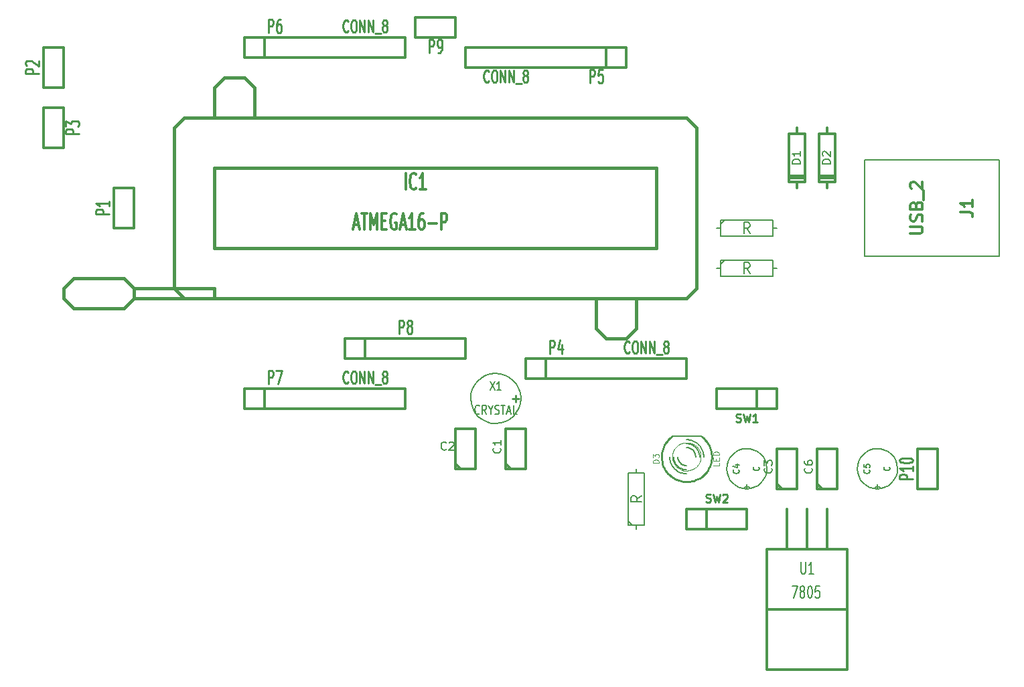
<source format=gto>
G04 (created by PCBNEW-RS274X (2012-apr-16-27)-stable) date Sun 24 Aug 2014 07:46:07 PM NPT*
G01*
G70*
G90*
%MOIN*%
G04 Gerber Fmt 3.4, Leading zero omitted, Abs format*
%FSLAX34Y34*%
G04 APERTURE LIST*
%ADD10C,0.006000*%
%ADD11C,0.005000*%
%ADD12C,0.012000*%
%ADD13C,0.008000*%
%ADD14C,0.003000*%
%ADD15C,0.010000*%
%ADD16C,0.015000*%
%ADD17C,0.010700*%
%ADD18C,0.003500*%
%ADD19C,0.011300*%
%ADD20C,0.007500*%
G04 APERTURE END LIST*
G54D10*
G54D11*
X82550Y-41400D02*
X82550Y-36600D01*
X82550Y-36600D02*
X75850Y-36600D01*
X75850Y-36600D02*
X75850Y-41400D01*
X75850Y-41400D02*
X82550Y-41400D01*
G54D12*
X45000Y-48000D02*
X53000Y-48000D01*
X53000Y-48000D02*
X53000Y-49000D01*
X53000Y-49000D02*
X45000Y-49000D01*
X45000Y-49000D02*
X45000Y-48000D01*
X46000Y-49000D02*
X46000Y-48000D01*
X45000Y-30500D02*
X53000Y-30500D01*
X53000Y-30500D02*
X53000Y-31500D01*
X53000Y-31500D02*
X45000Y-31500D01*
X45000Y-31500D02*
X45000Y-30500D01*
X46000Y-31500D02*
X46000Y-30500D01*
X64000Y-32000D02*
X56000Y-32000D01*
X56000Y-32000D02*
X56000Y-31000D01*
X56000Y-31000D02*
X64000Y-31000D01*
X64000Y-31000D02*
X64000Y-32000D01*
X63000Y-31000D02*
X63000Y-32000D01*
X59000Y-46500D02*
X67000Y-46500D01*
X67000Y-46500D02*
X67000Y-47500D01*
X67000Y-47500D02*
X59000Y-47500D01*
X59000Y-47500D02*
X59000Y-46500D01*
X60000Y-47500D02*
X60000Y-46500D01*
X50000Y-46500D02*
X50000Y-45500D01*
X50000Y-45500D02*
X56000Y-45500D01*
X56000Y-45500D02*
X56000Y-46500D01*
X56000Y-46500D02*
X50000Y-46500D01*
X51000Y-46500D02*
X51000Y-45500D01*
X79500Y-53000D02*
X78500Y-53000D01*
X78500Y-53000D02*
X78500Y-51000D01*
X78500Y-51000D02*
X79500Y-51000D01*
X79500Y-51000D02*
X79500Y-53000D01*
X55500Y-29500D02*
X55500Y-30500D01*
X55500Y-30500D02*
X53500Y-30500D01*
X53500Y-30500D02*
X53500Y-29500D01*
X53500Y-29500D02*
X55500Y-29500D01*
X35000Y-34000D02*
X36000Y-34000D01*
X36000Y-34000D02*
X36000Y-36000D01*
X36000Y-36000D02*
X35000Y-36000D01*
X35000Y-36000D02*
X35000Y-34000D01*
X36000Y-33000D02*
X35000Y-33000D01*
X35000Y-33000D02*
X35000Y-31000D01*
X35000Y-31000D02*
X36000Y-31000D01*
X36000Y-31000D02*
X36000Y-33000D01*
X39500Y-40000D02*
X38500Y-40000D01*
X38500Y-40000D02*
X38500Y-38000D01*
X38500Y-38000D02*
X39500Y-38000D01*
X39500Y-38000D02*
X39500Y-40000D01*
G54D13*
X68500Y-40000D02*
X68700Y-40000D01*
X71500Y-40000D02*
X71300Y-40000D01*
X71300Y-40000D02*
X71300Y-39600D01*
X71300Y-39600D02*
X68700Y-39600D01*
X68700Y-39600D02*
X68700Y-40400D01*
X68700Y-40400D02*
X71300Y-40400D01*
X71300Y-40400D02*
X71300Y-40000D01*
X68700Y-39800D02*
X68900Y-39600D01*
X68500Y-42000D02*
X68700Y-42000D01*
X71500Y-42000D02*
X71300Y-42000D01*
X71300Y-42000D02*
X71300Y-41600D01*
X71300Y-41600D02*
X68700Y-41600D01*
X68700Y-41600D02*
X68700Y-42400D01*
X68700Y-42400D02*
X71300Y-42400D01*
X71300Y-42400D02*
X71300Y-42000D01*
X68700Y-41800D02*
X68900Y-41600D01*
X64500Y-55000D02*
X64500Y-54800D01*
X64500Y-52000D02*
X64500Y-52200D01*
X64500Y-52200D02*
X64100Y-52200D01*
X64100Y-52200D02*
X64100Y-54800D01*
X64100Y-54800D02*
X64900Y-54800D01*
X64900Y-54800D02*
X64900Y-52200D01*
X64900Y-52200D02*
X64500Y-52200D01*
X64300Y-54800D02*
X64100Y-54600D01*
G54D12*
X71500Y-48000D02*
X71500Y-49000D01*
X71500Y-49000D02*
X68500Y-49000D01*
X68500Y-49000D02*
X68500Y-48000D01*
X68500Y-48000D02*
X71500Y-48000D01*
X70500Y-49000D02*
X70500Y-48000D01*
X67000Y-55000D02*
X67000Y-54000D01*
X67000Y-54000D02*
X70000Y-54000D01*
X70000Y-54000D02*
X70000Y-55000D01*
X70000Y-55000D02*
X67000Y-55000D01*
X68000Y-54000D02*
X68000Y-55000D01*
X74000Y-54000D02*
X74000Y-56000D01*
X73000Y-54000D02*
X73000Y-56000D01*
X72000Y-54000D02*
X72000Y-56000D01*
X74500Y-56000D02*
X71000Y-56000D01*
X71000Y-56000D02*
X71000Y-62000D01*
X71000Y-62000D02*
X75000Y-62000D01*
X74500Y-56000D02*
X75000Y-56000D01*
X71500Y-59000D02*
X75000Y-59000D01*
X71500Y-59000D02*
X71000Y-59000D01*
X75000Y-56000D02*
X75000Y-62000D01*
G54D13*
X67750Y-50380D02*
X66250Y-50380D01*
G54D14*
X67707Y-51400D02*
X67693Y-51537D01*
X67653Y-51669D01*
X67588Y-51791D01*
X67501Y-51898D01*
X67395Y-51986D01*
X67273Y-52051D01*
X67142Y-52092D01*
X67004Y-52106D01*
X66868Y-52094D01*
X66736Y-52055D01*
X66613Y-51991D01*
X66506Y-51905D01*
X66417Y-51799D01*
X66351Y-51678D01*
X66309Y-51546D01*
X66294Y-51409D01*
X66305Y-51273D01*
X66343Y-51140D01*
X66406Y-51018D01*
X66492Y-50909D01*
X66597Y-50820D01*
X66717Y-50753D01*
X66849Y-50710D01*
X66986Y-50694D01*
X67122Y-50704D01*
X67255Y-50741D01*
X67378Y-50804D01*
X67487Y-50889D01*
X67577Y-50993D01*
X67645Y-51113D01*
X67689Y-51244D01*
X67706Y-51381D01*
X67707Y-51400D01*
G54D15*
X66250Y-50401D02*
X66166Y-50470D01*
X66088Y-50546D01*
X66017Y-50629D01*
X65953Y-50718D01*
X65898Y-50812D01*
X65851Y-50910D01*
X65812Y-51012D01*
X65783Y-51117D01*
X65763Y-51224D01*
X65752Y-51333D01*
X65751Y-51441D01*
X65760Y-51550D01*
X65777Y-51657D01*
X65804Y-51763D01*
X65841Y-51866D01*
X65886Y-51965D01*
X65939Y-52060D01*
X66001Y-52150D01*
X66070Y-52234D01*
X66146Y-52312D01*
X66229Y-52383D01*
X66318Y-52447D01*
X66412Y-52502D01*
X66510Y-52549D01*
X66612Y-52588D01*
X66717Y-52617D01*
X66824Y-52637D01*
X66933Y-52648D01*
X67041Y-52649D01*
X67150Y-52640D01*
X67257Y-52623D01*
X67363Y-52596D01*
X67466Y-52559D01*
X67565Y-52514D01*
X67660Y-52461D01*
X67750Y-52399D01*
X67834Y-52330D01*
X67912Y-52254D01*
X67983Y-52171D01*
X68047Y-52082D01*
X68102Y-51988D01*
X68149Y-51890D01*
X68188Y-51788D01*
X68217Y-51683D01*
X68237Y-51576D01*
X68248Y-51467D01*
X68249Y-51359D01*
X68240Y-51250D01*
X68223Y-51143D01*
X68196Y-51037D01*
X68159Y-50934D01*
X68114Y-50835D01*
X68061Y-50740D01*
X67999Y-50650D01*
X67930Y-50566D01*
X67854Y-50488D01*
X67771Y-50417D01*
X67750Y-50401D01*
G54D10*
X66550Y-51400D02*
X66552Y-51439D01*
X66557Y-51478D01*
X66566Y-51516D01*
X66578Y-51553D01*
X66593Y-51590D01*
X66611Y-51624D01*
X66632Y-51658D01*
X66656Y-51689D01*
X66682Y-51718D01*
X66711Y-51744D01*
X66742Y-51768D01*
X66776Y-51789D01*
X66810Y-51807D01*
X66847Y-51822D01*
X66884Y-51834D01*
X66922Y-51843D01*
X66961Y-51848D01*
X67000Y-51850D01*
X67450Y-51400D02*
X67448Y-51361D01*
X67443Y-51322D01*
X67434Y-51284D01*
X67422Y-51247D01*
X67407Y-51210D01*
X67389Y-51176D01*
X67368Y-51142D01*
X67344Y-51111D01*
X67318Y-51082D01*
X67289Y-51056D01*
X67258Y-51032D01*
X67225Y-51011D01*
X67190Y-50993D01*
X67153Y-50978D01*
X67116Y-50966D01*
X67078Y-50957D01*
X67039Y-50952D01*
X67000Y-50950D01*
X66350Y-51400D02*
X66353Y-51456D01*
X66360Y-51512D01*
X66373Y-51568D01*
X66390Y-51622D01*
X66411Y-51674D01*
X66438Y-51724D01*
X66468Y-51772D01*
X66503Y-51817D01*
X66541Y-51859D01*
X66583Y-51897D01*
X66628Y-51932D01*
X66676Y-51962D01*
X66726Y-51989D01*
X66778Y-52010D01*
X66832Y-52027D01*
X66888Y-52040D01*
X66944Y-52047D01*
X67000Y-52050D01*
X67650Y-51400D02*
X67647Y-51344D01*
X67640Y-51288D01*
X67627Y-51232D01*
X67610Y-51178D01*
X67589Y-51126D01*
X67562Y-51076D01*
X67532Y-51028D01*
X67497Y-50983D01*
X67459Y-50941D01*
X67417Y-50903D01*
X67372Y-50868D01*
X67325Y-50838D01*
X67274Y-50811D01*
X67222Y-50790D01*
X67168Y-50773D01*
X67112Y-50760D01*
X67056Y-50753D01*
X67000Y-50750D01*
X66150Y-51400D02*
X66154Y-51474D01*
X66163Y-51547D01*
X66179Y-51619D01*
X66202Y-51690D01*
X66230Y-51759D01*
X66264Y-51824D01*
X66304Y-51887D01*
X66349Y-51946D01*
X66399Y-52001D01*
X66454Y-52051D01*
X66513Y-52096D01*
X66576Y-52136D01*
X66641Y-52170D01*
X66710Y-52198D01*
X66781Y-52221D01*
X66853Y-52237D01*
X66926Y-52246D01*
X67000Y-52250D01*
X67850Y-51400D02*
X67846Y-51326D01*
X67837Y-51253D01*
X67821Y-51181D01*
X67798Y-51110D01*
X67770Y-51041D01*
X67736Y-50976D01*
X67696Y-50913D01*
X67651Y-50854D01*
X67601Y-50799D01*
X67546Y-50749D01*
X67487Y-50704D01*
X67425Y-50664D01*
X67359Y-50630D01*
X67290Y-50602D01*
X67219Y-50579D01*
X67147Y-50563D01*
X67074Y-50554D01*
X67000Y-50550D01*
G54D12*
X74000Y-38000D02*
X74000Y-37700D01*
X74000Y-37700D02*
X74400Y-37700D01*
X74400Y-37700D02*
X74400Y-35300D01*
X74400Y-35300D02*
X74000Y-35300D01*
X74000Y-35300D02*
X74000Y-35000D01*
X74000Y-35300D02*
X73600Y-35300D01*
X73600Y-35300D02*
X73600Y-37700D01*
X73600Y-37700D02*
X74000Y-37700D01*
X74400Y-37500D02*
X73600Y-37500D01*
X73600Y-37400D02*
X74400Y-37400D01*
X72500Y-38000D02*
X72500Y-37700D01*
X72500Y-37700D02*
X72900Y-37700D01*
X72900Y-37700D02*
X72900Y-35300D01*
X72900Y-35300D02*
X72500Y-35300D01*
X72500Y-35300D02*
X72500Y-35000D01*
X72500Y-35300D02*
X72100Y-35300D01*
X72100Y-35300D02*
X72100Y-37700D01*
X72100Y-37700D02*
X72500Y-37700D01*
X72900Y-37500D02*
X72100Y-37500D01*
X72100Y-37400D02*
X72900Y-37400D01*
G54D11*
X58750Y-48500D02*
X58726Y-48742D01*
X58655Y-48976D01*
X58541Y-49191D01*
X58386Y-49380D01*
X58198Y-49536D01*
X57984Y-49652D01*
X57751Y-49724D01*
X57508Y-49749D01*
X57266Y-49727D01*
X57032Y-49658D01*
X56816Y-49545D01*
X56626Y-49393D01*
X56469Y-49206D01*
X56352Y-48992D01*
X56278Y-48759D01*
X56251Y-48517D01*
X56271Y-48275D01*
X56338Y-48040D01*
X56450Y-47823D01*
X56601Y-47632D01*
X56787Y-47474D01*
X57000Y-47355D01*
X57232Y-47280D01*
X57474Y-47251D01*
X57717Y-47269D01*
X57952Y-47335D01*
X58169Y-47445D01*
X58362Y-47595D01*
X58521Y-47780D01*
X58641Y-47992D01*
X58718Y-48224D01*
X58749Y-48466D01*
X58750Y-48500D01*
X77501Y-52000D02*
X77481Y-52194D01*
X77425Y-52381D01*
X77333Y-52553D01*
X77210Y-52705D01*
X77059Y-52829D01*
X76887Y-52922D01*
X76701Y-52980D01*
X76506Y-53000D01*
X76313Y-52983D01*
X76126Y-52928D01*
X75952Y-52837D01*
X75800Y-52715D01*
X75675Y-52565D01*
X75580Y-52394D01*
X75521Y-52208D01*
X75500Y-52013D01*
X75516Y-51820D01*
X75570Y-51632D01*
X75659Y-51458D01*
X75780Y-51305D01*
X75929Y-51179D01*
X76100Y-51083D01*
X76286Y-51023D01*
X76480Y-51000D01*
X76673Y-51015D01*
X76861Y-51067D01*
X77036Y-51155D01*
X77190Y-51276D01*
X77317Y-51423D01*
X77414Y-51593D01*
X77476Y-51779D01*
X77500Y-51973D01*
X77501Y-52000D01*
X71001Y-52000D02*
X70981Y-52194D01*
X70925Y-52381D01*
X70833Y-52553D01*
X70710Y-52705D01*
X70559Y-52829D01*
X70387Y-52922D01*
X70201Y-52980D01*
X70006Y-53000D01*
X69813Y-52983D01*
X69626Y-52928D01*
X69452Y-52837D01*
X69300Y-52715D01*
X69175Y-52565D01*
X69080Y-52394D01*
X69021Y-52208D01*
X69000Y-52013D01*
X69016Y-51820D01*
X69070Y-51632D01*
X69159Y-51458D01*
X69280Y-51305D01*
X69429Y-51179D01*
X69600Y-51083D01*
X69786Y-51023D01*
X69980Y-51000D01*
X70173Y-51015D01*
X70361Y-51067D01*
X70536Y-51155D01*
X70690Y-51276D01*
X70817Y-51423D01*
X70914Y-51593D01*
X70976Y-51779D01*
X71000Y-51973D01*
X71001Y-52000D01*
G54D12*
X73500Y-52980D02*
X73500Y-51000D01*
X73500Y-51000D02*
X74500Y-51000D01*
X74500Y-51000D02*
X74500Y-53000D01*
X74500Y-53000D02*
X73500Y-53000D01*
X73750Y-53000D02*
X73500Y-52750D01*
X71500Y-52980D02*
X71500Y-51000D01*
X71500Y-51000D02*
X72500Y-51000D01*
X72500Y-51000D02*
X72500Y-53000D01*
X72500Y-53000D02*
X71500Y-53000D01*
X71750Y-53000D02*
X71500Y-52750D01*
X55500Y-51980D02*
X55500Y-50000D01*
X55500Y-50000D02*
X56500Y-50000D01*
X56500Y-50000D02*
X56500Y-52000D01*
X56500Y-52000D02*
X55500Y-52000D01*
X55750Y-52000D02*
X55500Y-51750D01*
X58000Y-51980D02*
X58000Y-50000D01*
X58000Y-50000D02*
X59000Y-50000D01*
X59000Y-50000D02*
X59000Y-52000D01*
X59000Y-52000D02*
X58000Y-52000D01*
X58250Y-52000D02*
X58000Y-51750D01*
G54D16*
X43500Y-37000D02*
X65500Y-37000D01*
X65500Y-37000D02*
X65500Y-41000D01*
X65500Y-41000D02*
X43500Y-41000D01*
X43500Y-41000D02*
X43500Y-37000D01*
X45500Y-34500D02*
X45500Y-33000D01*
X45500Y-33000D02*
X45000Y-32500D01*
X45000Y-32500D02*
X44000Y-32500D01*
X44000Y-32500D02*
X43500Y-33000D01*
X43500Y-33000D02*
X43500Y-34500D01*
X64500Y-43500D02*
X64500Y-45000D01*
X64500Y-45000D02*
X64000Y-45500D01*
X64000Y-45500D02*
X63000Y-45500D01*
X63000Y-45500D02*
X62500Y-45000D01*
X62500Y-45000D02*
X62500Y-43500D01*
X43500Y-43000D02*
X43500Y-43500D01*
X36000Y-43000D02*
X36000Y-43500D01*
X36000Y-43500D02*
X36500Y-44000D01*
X36500Y-44000D02*
X39000Y-44000D01*
X39000Y-44000D02*
X39500Y-43500D01*
X39500Y-43500D02*
X39500Y-43000D01*
X39500Y-43000D02*
X43500Y-43000D01*
X39500Y-43500D02*
X42000Y-43500D01*
X39500Y-43000D02*
X39000Y-42500D01*
X39000Y-42500D02*
X36500Y-42500D01*
X36500Y-42500D02*
X36000Y-43000D01*
X42000Y-34500D02*
X67000Y-34500D01*
X67000Y-34500D02*
X67500Y-35000D01*
X67500Y-35000D02*
X67500Y-43000D01*
X67500Y-43000D02*
X67000Y-43500D01*
X67000Y-43500D02*
X42000Y-43500D01*
X42000Y-43500D02*
X41500Y-43000D01*
X41500Y-43000D02*
X41500Y-35000D01*
X41500Y-35000D02*
X42000Y-34500D01*
G54D12*
X80643Y-39200D02*
X81071Y-39200D01*
X81157Y-39228D01*
X81214Y-39285D01*
X81243Y-39371D01*
X81243Y-39428D01*
X81243Y-38600D02*
X81243Y-38943D01*
X81243Y-38771D02*
X80643Y-38771D01*
X80729Y-38828D01*
X80786Y-38886D01*
X80814Y-38943D01*
X78143Y-40271D02*
X78629Y-40271D01*
X78686Y-40243D01*
X78714Y-40214D01*
X78743Y-40157D01*
X78743Y-40043D01*
X78714Y-39985D01*
X78686Y-39957D01*
X78629Y-39928D01*
X78143Y-39928D01*
X78714Y-39671D02*
X78743Y-39585D01*
X78743Y-39442D01*
X78714Y-39385D01*
X78686Y-39356D01*
X78629Y-39328D01*
X78571Y-39328D01*
X78514Y-39356D01*
X78486Y-39385D01*
X78457Y-39442D01*
X78429Y-39556D01*
X78400Y-39614D01*
X78371Y-39642D01*
X78314Y-39671D01*
X78257Y-39671D01*
X78200Y-39642D01*
X78171Y-39614D01*
X78143Y-39556D01*
X78143Y-39414D01*
X78171Y-39328D01*
X78429Y-38871D02*
X78457Y-38785D01*
X78486Y-38757D01*
X78543Y-38728D01*
X78629Y-38728D01*
X78686Y-38757D01*
X78714Y-38785D01*
X78743Y-38843D01*
X78743Y-39071D01*
X78143Y-39071D01*
X78143Y-38871D01*
X78171Y-38814D01*
X78200Y-38785D01*
X78257Y-38757D01*
X78314Y-38757D01*
X78371Y-38785D01*
X78400Y-38814D01*
X78429Y-38871D01*
X78429Y-39071D01*
X78800Y-38614D02*
X78800Y-38157D01*
X78200Y-38043D02*
X78171Y-38014D01*
X78143Y-37957D01*
X78143Y-37814D01*
X78171Y-37757D01*
X78200Y-37728D01*
X78257Y-37700D01*
X78314Y-37700D01*
X78400Y-37728D01*
X78743Y-38071D01*
X78743Y-37700D01*
G54D17*
X46184Y-47775D02*
X46184Y-47094D01*
X46347Y-47094D01*
X46388Y-47127D01*
X46408Y-47159D01*
X46428Y-47224D01*
X46428Y-47321D01*
X46408Y-47386D01*
X46388Y-47418D01*
X46347Y-47451D01*
X46184Y-47451D01*
X46571Y-47094D02*
X46856Y-47094D01*
X46673Y-47775D01*
G54D15*
X50153Y-47686D02*
X50134Y-47714D01*
X50077Y-47743D01*
X50039Y-47743D01*
X49981Y-47714D01*
X49943Y-47657D01*
X49924Y-47600D01*
X49905Y-47486D01*
X49905Y-47400D01*
X49924Y-47286D01*
X49943Y-47229D01*
X49981Y-47171D01*
X50039Y-47143D01*
X50077Y-47143D01*
X50134Y-47171D01*
X50153Y-47200D01*
X50400Y-47143D02*
X50477Y-47143D01*
X50515Y-47171D01*
X50553Y-47229D01*
X50572Y-47343D01*
X50572Y-47543D01*
X50553Y-47657D01*
X50515Y-47714D01*
X50477Y-47743D01*
X50400Y-47743D01*
X50362Y-47714D01*
X50324Y-47657D01*
X50305Y-47543D01*
X50305Y-47343D01*
X50324Y-47229D01*
X50362Y-47171D01*
X50400Y-47143D01*
X50743Y-47743D02*
X50743Y-47143D01*
X50972Y-47743D01*
X50972Y-47143D01*
X51162Y-47743D02*
X51162Y-47143D01*
X51391Y-47743D01*
X51391Y-47143D01*
X51486Y-47800D02*
X51791Y-47800D01*
X51943Y-47400D02*
X51905Y-47371D01*
X51886Y-47343D01*
X51867Y-47286D01*
X51867Y-47257D01*
X51886Y-47200D01*
X51905Y-47171D01*
X51943Y-47143D01*
X52020Y-47143D01*
X52058Y-47171D01*
X52077Y-47200D01*
X52096Y-47257D01*
X52096Y-47286D01*
X52077Y-47343D01*
X52058Y-47371D01*
X52020Y-47400D01*
X51943Y-47400D01*
X51905Y-47429D01*
X51886Y-47457D01*
X51867Y-47514D01*
X51867Y-47629D01*
X51886Y-47686D01*
X51905Y-47714D01*
X51943Y-47743D01*
X52020Y-47743D01*
X52058Y-47714D01*
X52077Y-47686D01*
X52096Y-47629D01*
X52096Y-47514D01*
X52077Y-47457D01*
X52058Y-47429D01*
X52020Y-47400D01*
G54D17*
X46184Y-30275D02*
X46184Y-29594D01*
X46347Y-29594D01*
X46388Y-29627D01*
X46408Y-29659D01*
X46428Y-29724D01*
X46428Y-29821D01*
X46408Y-29886D01*
X46388Y-29918D01*
X46347Y-29951D01*
X46184Y-29951D01*
X46795Y-29594D02*
X46714Y-29594D01*
X46673Y-29627D01*
X46653Y-29659D01*
X46612Y-29756D01*
X46592Y-29886D01*
X46592Y-30145D01*
X46612Y-30210D01*
X46632Y-30243D01*
X46673Y-30275D01*
X46755Y-30275D01*
X46795Y-30243D01*
X46816Y-30210D01*
X46836Y-30145D01*
X46836Y-29983D01*
X46816Y-29918D01*
X46795Y-29886D01*
X46755Y-29854D01*
X46673Y-29854D01*
X46632Y-29886D01*
X46612Y-29918D01*
X46592Y-29983D01*
G54D15*
X50153Y-30186D02*
X50134Y-30214D01*
X50077Y-30243D01*
X50039Y-30243D01*
X49981Y-30214D01*
X49943Y-30157D01*
X49924Y-30100D01*
X49905Y-29986D01*
X49905Y-29900D01*
X49924Y-29786D01*
X49943Y-29729D01*
X49981Y-29671D01*
X50039Y-29643D01*
X50077Y-29643D01*
X50134Y-29671D01*
X50153Y-29700D01*
X50400Y-29643D02*
X50477Y-29643D01*
X50515Y-29671D01*
X50553Y-29729D01*
X50572Y-29843D01*
X50572Y-30043D01*
X50553Y-30157D01*
X50515Y-30214D01*
X50477Y-30243D01*
X50400Y-30243D01*
X50362Y-30214D01*
X50324Y-30157D01*
X50305Y-30043D01*
X50305Y-29843D01*
X50324Y-29729D01*
X50362Y-29671D01*
X50400Y-29643D01*
X50743Y-30243D02*
X50743Y-29643D01*
X50972Y-30243D01*
X50972Y-29643D01*
X51162Y-30243D02*
X51162Y-29643D01*
X51391Y-30243D01*
X51391Y-29643D01*
X51486Y-30300D02*
X51791Y-30300D01*
X51943Y-29900D02*
X51905Y-29871D01*
X51886Y-29843D01*
X51867Y-29786D01*
X51867Y-29757D01*
X51886Y-29700D01*
X51905Y-29671D01*
X51943Y-29643D01*
X52020Y-29643D01*
X52058Y-29671D01*
X52077Y-29700D01*
X52096Y-29757D01*
X52096Y-29786D01*
X52077Y-29843D01*
X52058Y-29871D01*
X52020Y-29900D01*
X51943Y-29900D01*
X51905Y-29929D01*
X51886Y-29957D01*
X51867Y-30014D01*
X51867Y-30129D01*
X51886Y-30186D01*
X51905Y-30214D01*
X51943Y-30243D01*
X52020Y-30243D01*
X52058Y-30214D01*
X52077Y-30186D01*
X52096Y-30129D01*
X52096Y-30014D01*
X52077Y-29957D01*
X52058Y-29929D01*
X52020Y-29900D01*
G54D17*
X62184Y-32775D02*
X62184Y-32094D01*
X62347Y-32094D01*
X62388Y-32127D01*
X62408Y-32159D01*
X62428Y-32224D01*
X62428Y-32321D01*
X62408Y-32386D01*
X62388Y-32418D01*
X62347Y-32451D01*
X62184Y-32451D01*
X62816Y-32094D02*
X62612Y-32094D01*
X62592Y-32418D01*
X62612Y-32386D01*
X62653Y-32354D01*
X62755Y-32354D01*
X62795Y-32386D01*
X62816Y-32418D01*
X62836Y-32483D01*
X62836Y-32645D01*
X62816Y-32710D01*
X62795Y-32743D01*
X62755Y-32775D01*
X62653Y-32775D01*
X62612Y-32743D01*
X62592Y-32710D01*
G54D15*
X57153Y-32686D02*
X57134Y-32714D01*
X57077Y-32743D01*
X57039Y-32743D01*
X56981Y-32714D01*
X56943Y-32657D01*
X56924Y-32600D01*
X56905Y-32486D01*
X56905Y-32400D01*
X56924Y-32286D01*
X56943Y-32229D01*
X56981Y-32171D01*
X57039Y-32143D01*
X57077Y-32143D01*
X57134Y-32171D01*
X57153Y-32200D01*
X57400Y-32143D02*
X57477Y-32143D01*
X57515Y-32171D01*
X57553Y-32229D01*
X57572Y-32343D01*
X57572Y-32543D01*
X57553Y-32657D01*
X57515Y-32714D01*
X57477Y-32743D01*
X57400Y-32743D01*
X57362Y-32714D01*
X57324Y-32657D01*
X57305Y-32543D01*
X57305Y-32343D01*
X57324Y-32229D01*
X57362Y-32171D01*
X57400Y-32143D01*
X57743Y-32743D02*
X57743Y-32143D01*
X57972Y-32743D01*
X57972Y-32143D01*
X58162Y-32743D02*
X58162Y-32143D01*
X58391Y-32743D01*
X58391Y-32143D01*
X58486Y-32800D02*
X58791Y-32800D01*
X58943Y-32400D02*
X58905Y-32371D01*
X58886Y-32343D01*
X58867Y-32286D01*
X58867Y-32257D01*
X58886Y-32200D01*
X58905Y-32171D01*
X58943Y-32143D01*
X59020Y-32143D01*
X59058Y-32171D01*
X59077Y-32200D01*
X59096Y-32257D01*
X59096Y-32286D01*
X59077Y-32343D01*
X59058Y-32371D01*
X59020Y-32400D01*
X58943Y-32400D01*
X58905Y-32429D01*
X58886Y-32457D01*
X58867Y-32514D01*
X58867Y-32629D01*
X58886Y-32686D01*
X58905Y-32714D01*
X58943Y-32743D01*
X59020Y-32743D01*
X59058Y-32714D01*
X59077Y-32686D01*
X59096Y-32629D01*
X59096Y-32514D01*
X59077Y-32457D01*
X59058Y-32429D01*
X59020Y-32400D01*
G54D17*
X60184Y-46275D02*
X60184Y-45594D01*
X60347Y-45594D01*
X60388Y-45627D01*
X60408Y-45659D01*
X60428Y-45724D01*
X60428Y-45821D01*
X60408Y-45886D01*
X60388Y-45918D01*
X60347Y-45951D01*
X60184Y-45951D01*
X60795Y-45821D02*
X60795Y-46275D01*
X60693Y-45562D02*
X60592Y-46048D01*
X60856Y-46048D01*
G54D15*
X64153Y-46186D02*
X64134Y-46214D01*
X64077Y-46243D01*
X64039Y-46243D01*
X63981Y-46214D01*
X63943Y-46157D01*
X63924Y-46100D01*
X63905Y-45986D01*
X63905Y-45900D01*
X63924Y-45786D01*
X63943Y-45729D01*
X63981Y-45671D01*
X64039Y-45643D01*
X64077Y-45643D01*
X64134Y-45671D01*
X64153Y-45700D01*
X64400Y-45643D02*
X64477Y-45643D01*
X64515Y-45671D01*
X64553Y-45729D01*
X64572Y-45843D01*
X64572Y-46043D01*
X64553Y-46157D01*
X64515Y-46214D01*
X64477Y-46243D01*
X64400Y-46243D01*
X64362Y-46214D01*
X64324Y-46157D01*
X64305Y-46043D01*
X64305Y-45843D01*
X64324Y-45729D01*
X64362Y-45671D01*
X64400Y-45643D01*
X64743Y-46243D02*
X64743Y-45643D01*
X64972Y-46243D01*
X64972Y-45643D01*
X65162Y-46243D02*
X65162Y-45643D01*
X65391Y-46243D01*
X65391Y-45643D01*
X65486Y-46300D02*
X65791Y-46300D01*
X65943Y-45900D02*
X65905Y-45871D01*
X65886Y-45843D01*
X65867Y-45786D01*
X65867Y-45757D01*
X65886Y-45700D01*
X65905Y-45671D01*
X65943Y-45643D01*
X66020Y-45643D01*
X66058Y-45671D01*
X66077Y-45700D01*
X66096Y-45757D01*
X66096Y-45786D01*
X66077Y-45843D01*
X66058Y-45871D01*
X66020Y-45900D01*
X65943Y-45900D01*
X65905Y-45929D01*
X65886Y-45957D01*
X65867Y-46014D01*
X65867Y-46129D01*
X65886Y-46186D01*
X65905Y-46214D01*
X65943Y-46243D01*
X66020Y-46243D01*
X66058Y-46214D01*
X66077Y-46186D01*
X66096Y-46129D01*
X66096Y-46014D01*
X66077Y-45957D01*
X66058Y-45929D01*
X66020Y-45900D01*
G54D17*
X52684Y-45275D02*
X52684Y-44594D01*
X52847Y-44594D01*
X52888Y-44627D01*
X52908Y-44659D01*
X52928Y-44724D01*
X52928Y-44821D01*
X52908Y-44886D01*
X52888Y-44918D01*
X52847Y-44951D01*
X52684Y-44951D01*
X53173Y-44886D02*
X53132Y-44854D01*
X53112Y-44821D01*
X53092Y-44756D01*
X53092Y-44724D01*
X53112Y-44659D01*
X53132Y-44627D01*
X53173Y-44594D01*
X53255Y-44594D01*
X53295Y-44627D01*
X53316Y-44659D01*
X53336Y-44724D01*
X53336Y-44756D01*
X53316Y-44821D01*
X53295Y-44854D01*
X53255Y-44886D01*
X53173Y-44886D01*
X53132Y-44918D01*
X53112Y-44951D01*
X53092Y-45016D01*
X53092Y-45145D01*
X53112Y-45210D01*
X53132Y-45243D01*
X53173Y-45275D01*
X53255Y-45275D01*
X53295Y-45243D01*
X53316Y-45210D01*
X53336Y-45145D01*
X53336Y-45016D01*
X53316Y-44951D01*
X53295Y-44918D01*
X53255Y-44886D01*
X78275Y-52520D02*
X77594Y-52520D01*
X77594Y-52357D01*
X77627Y-52316D01*
X77659Y-52296D01*
X77724Y-52276D01*
X77821Y-52276D01*
X77886Y-52296D01*
X77918Y-52316D01*
X77951Y-52357D01*
X77951Y-52520D01*
X78275Y-51868D02*
X78275Y-52112D01*
X78275Y-51990D02*
X77594Y-51990D01*
X77691Y-52031D01*
X77756Y-52072D01*
X77789Y-52112D01*
X77594Y-51603D02*
X77594Y-51562D01*
X77627Y-51521D01*
X77659Y-51501D01*
X77724Y-51480D01*
X77854Y-51460D01*
X78016Y-51460D01*
X78145Y-51480D01*
X78210Y-51501D01*
X78243Y-51521D01*
X78275Y-51562D01*
X78275Y-51603D01*
X78243Y-51643D01*
X78210Y-51664D01*
X78145Y-51684D01*
X78016Y-51704D01*
X77854Y-51704D01*
X77724Y-51684D01*
X77659Y-51664D01*
X77627Y-51643D01*
X77594Y-51603D01*
X54184Y-31275D02*
X54184Y-30594D01*
X54347Y-30594D01*
X54388Y-30627D01*
X54408Y-30659D01*
X54428Y-30724D01*
X54428Y-30821D01*
X54408Y-30886D01*
X54388Y-30918D01*
X54347Y-30951D01*
X54184Y-30951D01*
X54632Y-31275D02*
X54714Y-31275D01*
X54755Y-31243D01*
X54775Y-31210D01*
X54816Y-31113D01*
X54836Y-30983D01*
X54836Y-30724D01*
X54816Y-30659D01*
X54795Y-30627D01*
X54755Y-30594D01*
X54673Y-30594D01*
X54632Y-30627D01*
X54612Y-30659D01*
X54592Y-30724D01*
X54592Y-30886D01*
X54612Y-30951D01*
X54632Y-30983D01*
X54673Y-31016D01*
X54755Y-31016D01*
X54795Y-30983D01*
X54816Y-30951D01*
X54836Y-30886D01*
X36775Y-35316D02*
X36094Y-35316D01*
X36094Y-35153D01*
X36127Y-35112D01*
X36159Y-35092D01*
X36224Y-35072D01*
X36321Y-35072D01*
X36386Y-35092D01*
X36418Y-35112D01*
X36451Y-35153D01*
X36451Y-35316D01*
X36094Y-34929D02*
X36094Y-34664D01*
X36354Y-34807D01*
X36354Y-34745D01*
X36386Y-34705D01*
X36418Y-34684D01*
X36483Y-34664D01*
X36645Y-34664D01*
X36710Y-34684D01*
X36743Y-34705D01*
X36775Y-34745D01*
X36775Y-34868D01*
X36743Y-34908D01*
X36710Y-34929D01*
X34775Y-32316D02*
X34094Y-32316D01*
X34094Y-32153D01*
X34127Y-32112D01*
X34159Y-32092D01*
X34224Y-32072D01*
X34321Y-32072D01*
X34386Y-32092D01*
X34418Y-32112D01*
X34451Y-32153D01*
X34451Y-32316D01*
X34159Y-31908D02*
X34127Y-31888D01*
X34094Y-31847D01*
X34094Y-31745D01*
X34127Y-31705D01*
X34159Y-31684D01*
X34224Y-31664D01*
X34289Y-31664D01*
X34386Y-31684D01*
X34775Y-31929D01*
X34775Y-31664D01*
X38275Y-39316D02*
X37594Y-39316D01*
X37594Y-39153D01*
X37627Y-39112D01*
X37659Y-39092D01*
X37724Y-39072D01*
X37821Y-39072D01*
X37886Y-39092D01*
X37918Y-39112D01*
X37951Y-39153D01*
X37951Y-39316D01*
X38275Y-38664D02*
X38275Y-38908D01*
X38275Y-38786D02*
X37594Y-38786D01*
X37691Y-38827D01*
X37756Y-38868D01*
X37789Y-38908D01*
G54D13*
X70155Y-40273D02*
X69988Y-40011D01*
X69869Y-40273D02*
X69869Y-39723D01*
X70060Y-39723D01*
X70107Y-39749D01*
X70131Y-39775D01*
X70155Y-39827D01*
X70155Y-39906D01*
X70131Y-39958D01*
X70107Y-39985D01*
X70060Y-40011D01*
X69869Y-40011D01*
X70155Y-42273D02*
X69988Y-42011D01*
X69869Y-42273D02*
X69869Y-41723D01*
X70060Y-41723D01*
X70107Y-41749D01*
X70131Y-41775D01*
X70155Y-41827D01*
X70155Y-41906D01*
X70131Y-41958D01*
X70107Y-41985D01*
X70060Y-42011D01*
X69869Y-42011D01*
X64773Y-53345D02*
X64511Y-53512D01*
X64773Y-53631D02*
X64223Y-53631D01*
X64223Y-53440D01*
X64249Y-53393D01*
X64275Y-53369D01*
X64327Y-53345D01*
X64406Y-53345D01*
X64458Y-53369D01*
X64485Y-53393D01*
X64511Y-53440D01*
X64511Y-53631D01*
G54D15*
X69467Y-49643D02*
X69524Y-49662D01*
X69620Y-49662D01*
X69658Y-49643D01*
X69677Y-49624D01*
X69696Y-49586D01*
X69696Y-49548D01*
X69677Y-49510D01*
X69658Y-49490D01*
X69620Y-49471D01*
X69543Y-49452D01*
X69505Y-49433D01*
X69486Y-49414D01*
X69467Y-49376D01*
X69467Y-49338D01*
X69486Y-49300D01*
X69505Y-49281D01*
X69543Y-49262D01*
X69639Y-49262D01*
X69696Y-49281D01*
X69829Y-49262D02*
X69924Y-49662D01*
X70001Y-49376D01*
X70077Y-49662D01*
X70172Y-49262D01*
X70534Y-49662D02*
X70305Y-49662D01*
X70419Y-49662D02*
X70419Y-49262D01*
X70381Y-49319D01*
X70343Y-49357D01*
X70305Y-49376D01*
X67967Y-53643D02*
X68024Y-53662D01*
X68120Y-53662D01*
X68158Y-53643D01*
X68177Y-53624D01*
X68196Y-53586D01*
X68196Y-53548D01*
X68177Y-53510D01*
X68158Y-53490D01*
X68120Y-53471D01*
X68043Y-53452D01*
X68005Y-53433D01*
X67986Y-53414D01*
X67967Y-53376D01*
X67967Y-53338D01*
X67986Y-53300D01*
X68005Y-53281D01*
X68043Y-53262D01*
X68139Y-53262D01*
X68196Y-53281D01*
X68329Y-53262D02*
X68424Y-53662D01*
X68501Y-53376D01*
X68577Y-53662D01*
X68672Y-53262D01*
X68805Y-53300D02*
X68824Y-53281D01*
X68862Y-53262D01*
X68958Y-53262D01*
X68996Y-53281D01*
X69015Y-53300D01*
X69034Y-53338D01*
X69034Y-53376D01*
X69015Y-53433D01*
X68786Y-53662D01*
X69034Y-53662D01*
G54D13*
X72695Y-56643D02*
X72695Y-57129D01*
X72714Y-57186D01*
X72733Y-57214D01*
X72771Y-57243D01*
X72848Y-57243D01*
X72886Y-57214D01*
X72905Y-57186D01*
X72924Y-57129D01*
X72924Y-56643D01*
X73324Y-57243D02*
X73095Y-57243D01*
X73209Y-57243D02*
X73209Y-56643D01*
X73171Y-56729D01*
X73133Y-56786D01*
X73095Y-56814D01*
X72245Y-57843D02*
X72512Y-57843D01*
X72340Y-58443D01*
X72721Y-58100D02*
X72683Y-58071D01*
X72664Y-58043D01*
X72645Y-57986D01*
X72645Y-57957D01*
X72664Y-57900D01*
X72683Y-57871D01*
X72721Y-57843D01*
X72798Y-57843D01*
X72836Y-57871D01*
X72855Y-57900D01*
X72874Y-57957D01*
X72874Y-57986D01*
X72855Y-58043D01*
X72836Y-58071D01*
X72798Y-58100D01*
X72721Y-58100D01*
X72683Y-58129D01*
X72664Y-58157D01*
X72645Y-58214D01*
X72645Y-58329D01*
X72664Y-58386D01*
X72683Y-58414D01*
X72721Y-58443D01*
X72798Y-58443D01*
X72836Y-58414D01*
X72855Y-58386D01*
X72874Y-58329D01*
X72874Y-58214D01*
X72855Y-58157D01*
X72836Y-58129D01*
X72798Y-58100D01*
X73121Y-57843D02*
X73160Y-57843D01*
X73198Y-57871D01*
X73217Y-57900D01*
X73236Y-57957D01*
X73255Y-58071D01*
X73255Y-58214D01*
X73236Y-58329D01*
X73217Y-58386D01*
X73198Y-58414D01*
X73160Y-58443D01*
X73121Y-58443D01*
X73083Y-58414D01*
X73064Y-58386D01*
X73045Y-58329D01*
X73026Y-58214D01*
X73026Y-58071D01*
X73045Y-57957D01*
X73064Y-57900D01*
X73083Y-57871D01*
X73121Y-57843D01*
X73617Y-57843D02*
X73426Y-57843D01*
X73407Y-58129D01*
X73426Y-58100D01*
X73464Y-58071D01*
X73560Y-58071D01*
X73598Y-58100D01*
X73617Y-58129D01*
X73636Y-58186D01*
X73636Y-58329D01*
X73617Y-58386D01*
X73598Y-58414D01*
X73560Y-58443D01*
X73464Y-58443D01*
X73426Y-58414D01*
X73407Y-58386D01*
G54D18*
X65621Y-51722D02*
X65321Y-51722D01*
X65321Y-51650D01*
X65336Y-51607D01*
X65364Y-51579D01*
X65393Y-51564D01*
X65450Y-51550D01*
X65493Y-51550D01*
X65550Y-51564D01*
X65579Y-51579D01*
X65607Y-51607D01*
X65621Y-51650D01*
X65621Y-51722D01*
X65321Y-51450D02*
X65321Y-51264D01*
X65436Y-51364D01*
X65436Y-51322D01*
X65450Y-51293D01*
X65464Y-51279D01*
X65493Y-51264D01*
X65564Y-51264D01*
X65593Y-51279D01*
X65607Y-51293D01*
X65621Y-51322D01*
X65621Y-51407D01*
X65607Y-51436D01*
X65593Y-51450D01*
X68621Y-51693D02*
X68621Y-51836D01*
X68321Y-51836D01*
X68464Y-51593D02*
X68464Y-51493D01*
X68621Y-51450D02*
X68621Y-51593D01*
X68321Y-51593D01*
X68321Y-51450D01*
X68621Y-51322D02*
X68321Y-51322D01*
X68321Y-51250D01*
X68336Y-51207D01*
X68364Y-51179D01*
X68393Y-51164D01*
X68450Y-51150D01*
X68493Y-51150D01*
X68550Y-51164D01*
X68579Y-51179D01*
X68607Y-51207D01*
X68621Y-51250D01*
X68621Y-51322D01*
G54D13*
X74162Y-36795D02*
X73762Y-36795D01*
X73762Y-36700D01*
X73781Y-36642D01*
X73819Y-36604D01*
X73857Y-36585D01*
X73933Y-36566D01*
X73990Y-36566D01*
X74067Y-36585D01*
X74105Y-36604D01*
X74143Y-36642D01*
X74162Y-36700D01*
X74162Y-36795D01*
X73800Y-36414D02*
X73781Y-36395D01*
X73762Y-36357D01*
X73762Y-36261D01*
X73781Y-36223D01*
X73800Y-36204D01*
X73838Y-36185D01*
X73876Y-36185D01*
X73933Y-36204D01*
X74162Y-36433D01*
X74162Y-36185D01*
X72662Y-36795D02*
X72262Y-36795D01*
X72262Y-36700D01*
X72281Y-36642D01*
X72319Y-36604D01*
X72357Y-36585D01*
X72433Y-36566D01*
X72490Y-36566D01*
X72567Y-36585D01*
X72605Y-36604D01*
X72643Y-36642D01*
X72662Y-36700D01*
X72662Y-36795D01*
X72662Y-36185D02*
X72662Y-36414D01*
X72662Y-36300D02*
X72262Y-36300D01*
X72319Y-36338D01*
X72357Y-36376D01*
X72376Y-36414D01*
X57217Y-47632D02*
X57450Y-48082D01*
X57450Y-47632D02*
X57217Y-48082D01*
X57767Y-48082D02*
X57567Y-48082D01*
X57667Y-48082D02*
X57667Y-47632D01*
X57633Y-47696D01*
X57600Y-47739D01*
X57567Y-47761D01*
X56692Y-49239D02*
X56676Y-49261D01*
X56626Y-49282D01*
X56592Y-49282D01*
X56542Y-49261D01*
X56509Y-49218D01*
X56492Y-49175D01*
X56476Y-49089D01*
X56476Y-49025D01*
X56492Y-48939D01*
X56509Y-48896D01*
X56542Y-48854D01*
X56592Y-48832D01*
X56626Y-48832D01*
X56676Y-48854D01*
X56692Y-48875D01*
X57042Y-49282D02*
X56926Y-49068D01*
X56842Y-49282D02*
X56842Y-48832D01*
X56976Y-48832D01*
X57009Y-48854D01*
X57026Y-48875D01*
X57042Y-48918D01*
X57042Y-48982D01*
X57026Y-49025D01*
X57009Y-49046D01*
X56976Y-49068D01*
X56842Y-49068D01*
X57259Y-49068D02*
X57259Y-49282D01*
X57142Y-48832D02*
X57259Y-49068D01*
X57376Y-48832D01*
X57476Y-49261D02*
X57526Y-49282D01*
X57609Y-49282D01*
X57642Y-49261D01*
X57659Y-49239D01*
X57676Y-49196D01*
X57676Y-49154D01*
X57659Y-49111D01*
X57642Y-49089D01*
X57609Y-49068D01*
X57542Y-49046D01*
X57509Y-49025D01*
X57492Y-49004D01*
X57476Y-48961D01*
X57476Y-48918D01*
X57492Y-48875D01*
X57509Y-48854D01*
X57542Y-48832D01*
X57626Y-48832D01*
X57676Y-48854D01*
X57775Y-48832D02*
X57975Y-48832D01*
X57875Y-49282D02*
X57875Y-48832D01*
X58076Y-49154D02*
X58242Y-49154D01*
X58042Y-49282D02*
X58159Y-48832D01*
X58276Y-49282D01*
X58559Y-49282D02*
X58392Y-49282D01*
X58392Y-48832D01*
G54D19*
X58329Y-48511D02*
X58672Y-48511D01*
X58501Y-48682D02*
X58501Y-48339D01*
G54D11*
X76094Y-52050D02*
X76108Y-52064D01*
X76122Y-52107D01*
X76122Y-52136D01*
X76108Y-52179D01*
X76080Y-52207D01*
X76051Y-52222D01*
X75994Y-52236D01*
X75951Y-52236D01*
X75894Y-52222D01*
X75865Y-52207D01*
X75837Y-52179D01*
X75822Y-52136D01*
X75822Y-52107D01*
X75837Y-52064D01*
X75851Y-52050D01*
X75822Y-51779D02*
X75822Y-51922D01*
X75965Y-51936D01*
X75951Y-51922D01*
X75937Y-51893D01*
X75937Y-51822D01*
X75951Y-51793D01*
X75965Y-51779D01*
X75994Y-51764D01*
X76065Y-51764D01*
X76094Y-51779D01*
X76108Y-51793D01*
X76122Y-51822D01*
X76122Y-51893D01*
X76108Y-51922D01*
X76094Y-51936D01*
X77093Y-51923D02*
X77107Y-51935D01*
X77121Y-51970D01*
X77121Y-51994D01*
X77107Y-52030D01*
X77079Y-52054D01*
X77050Y-52065D01*
X76993Y-52077D01*
X76950Y-52077D01*
X76893Y-52065D01*
X76864Y-52054D01*
X76836Y-52030D01*
X76821Y-51994D01*
X76821Y-51970D01*
X76836Y-51935D01*
X76850Y-51923D01*
G54D20*
X76507Y-53014D02*
X76507Y-52785D01*
X76621Y-52899D02*
X76393Y-52899D01*
G54D11*
X69594Y-52050D02*
X69608Y-52064D01*
X69622Y-52107D01*
X69622Y-52136D01*
X69608Y-52179D01*
X69580Y-52207D01*
X69551Y-52222D01*
X69494Y-52236D01*
X69451Y-52236D01*
X69394Y-52222D01*
X69365Y-52207D01*
X69337Y-52179D01*
X69322Y-52136D01*
X69322Y-52107D01*
X69337Y-52064D01*
X69351Y-52050D01*
X69422Y-51793D02*
X69622Y-51793D01*
X69308Y-51864D02*
X69522Y-51936D01*
X69522Y-51750D01*
X70593Y-51923D02*
X70607Y-51935D01*
X70621Y-51970D01*
X70621Y-51994D01*
X70607Y-52030D01*
X70579Y-52054D01*
X70550Y-52065D01*
X70493Y-52077D01*
X70450Y-52077D01*
X70393Y-52065D01*
X70364Y-52054D01*
X70336Y-52030D01*
X70321Y-51994D01*
X70321Y-51970D01*
X70336Y-51935D01*
X70350Y-51923D01*
G54D20*
X70007Y-53014D02*
X70007Y-52785D01*
X70121Y-52899D02*
X69893Y-52899D01*
G54D13*
X73224Y-51966D02*
X73243Y-51985D01*
X73262Y-52042D01*
X73262Y-52080D01*
X73243Y-52138D01*
X73205Y-52176D01*
X73167Y-52195D01*
X73090Y-52214D01*
X73033Y-52214D01*
X72957Y-52195D01*
X72919Y-52176D01*
X72881Y-52138D01*
X72862Y-52080D01*
X72862Y-52042D01*
X72881Y-51985D01*
X72900Y-51966D01*
X72862Y-51623D02*
X72862Y-51700D01*
X72881Y-51738D01*
X72900Y-51757D01*
X72957Y-51795D01*
X73033Y-51814D01*
X73186Y-51814D01*
X73224Y-51795D01*
X73243Y-51776D01*
X73262Y-51738D01*
X73262Y-51661D01*
X73243Y-51623D01*
X73224Y-51604D01*
X73186Y-51585D01*
X73090Y-51585D01*
X73052Y-51604D01*
X73033Y-51623D01*
X73014Y-51661D01*
X73014Y-51738D01*
X73033Y-51776D01*
X73052Y-51795D01*
X73090Y-51814D01*
X71224Y-51966D02*
X71243Y-51985D01*
X71262Y-52042D01*
X71262Y-52080D01*
X71243Y-52138D01*
X71205Y-52176D01*
X71167Y-52195D01*
X71090Y-52214D01*
X71033Y-52214D01*
X70957Y-52195D01*
X70919Y-52176D01*
X70881Y-52138D01*
X70862Y-52080D01*
X70862Y-52042D01*
X70881Y-51985D01*
X70900Y-51966D01*
X70862Y-51833D02*
X70862Y-51585D01*
X71014Y-51719D01*
X71014Y-51661D01*
X71033Y-51623D01*
X71052Y-51604D01*
X71090Y-51585D01*
X71186Y-51585D01*
X71224Y-51604D01*
X71243Y-51623D01*
X71262Y-51661D01*
X71262Y-51776D01*
X71243Y-51814D01*
X71224Y-51833D01*
X55034Y-51024D02*
X55015Y-51043D01*
X54958Y-51062D01*
X54920Y-51062D01*
X54862Y-51043D01*
X54824Y-51005D01*
X54805Y-50967D01*
X54786Y-50890D01*
X54786Y-50833D01*
X54805Y-50757D01*
X54824Y-50719D01*
X54862Y-50681D01*
X54920Y-50662D01*
X54958Y-50662D01*
X55015Y-50681D01*
X55034Y-50700D01*
X55186Y-50700D02*
X55205Y-50681D01*
X55243Y-50662D01*
X55339Y-50662D01*
X55377Y-50681D01*
X55396Y-50700D01*
X55415Y-50738D01*
X55415Y-50776D01*
X55396Y-50833D01*
X55167Y-51062D01*
X55415Y-51062D01*
X57724Y-50966D02*
X57743Y-50985D01*
X57762Y-51042D01*
X57762Y-51080D01*
X57743Y-51138D01*
X57705Y-51176D01*
X57667Y-51195D01*
X57590Y-51214D01*
X57533Y-51214D01*
X57457Y-51195D01*
X57419Y-51176D01*
X57381Y-51138D01*
X57362Y-51080D01*
X57362Y-51042D01*
X57381Y-50985D01*
X57400Y-50966D01*
X57762Y-50585D02*
X57762Y-50814D01*
X57762Y-50700D02*
X57362Y-50700D01*
X57419Y-50738D01*
X57457Y-50776D01*
X57476Y-50814D01*
G54D12*
X53012Y-38074D02*
X53012Y-37274D01*
X53536Y-37998D02*
X53512Y-38036D01*
X53441Y-38074D01*
X53393Y-38074D01*
X53321Y-38036D01*
X53274Y-37960D01*
X53250Y-37883D01*
X53226Y-37731D01*
X53226Y-37617D01*
X53250Y-37464D01*
X53274Y-37388D01*
X53321Y-37312D01*
X53393Y-37274D01*
X53441Y-37274D01*
X53512Y-37312D01*
X53536Y-37350D01*
X54012Y-38074D02*
X53726Y-38074D01*
X53869Y-38074D02*
X53869Y-37274D01*
X53821Y-37388D01*
X53774Y-37464D01*
X53726Y-37502D01*
X50429Y-39845D02*
X50667Y-39845D01*
X50382Y-40074D02*
X50548Y-39274D01*
X50715Y-40074D01*
X50811Y-39274D02*
X51096Y-39274D01*
X50953Y-40074D02*
X50953Y-39274D01*
X51263Y-40074D02*
X51263Y-39274D01*
X51430Y-39845D01*
X51596Y-39274D01*
X51596Y-40074D01*
X51834Y-39655D02*
X52001Y-39655D01*
X52072Y-40074D02*
X51834Y-40074D01*
X51834Y-39274D01*
X52072Y-39274D01*
X52548Y-39312D02*
X52500Y-39274D01*
X52429Y-39274D01*
X52357Y-39312D01*
X52310Y-39388D01*
X52286Y-39464D01*
X52262Y-39617D01*
X52262Y-39731D01*
X52286Y-39883D01*
X52310Y-39960D01*
X52357Y-40036D01*
X52429Y-40074D01*
X52477Y-40074D01*
X52548Y-40036D01*
X52572Y-39998D01*
X52572Y-39731D01*
X52477Y-39731D01*
X52762Y-39845D02*
X53000Y-39845D01*
X52715Y-40074D02*
X52881Y-39274D01*
X53048Y-40074D01*
X53477Y-40074D02*
X53191Y-40074D01*
X53334Y-40074D02*
X53334Y-39274D01*
X53286Y-39388D01*
X53239Y-39464D01*
X53191Y-39502D01*
X53905Y-39274D02*
X53810Y-39274D01*
X53762Y-39312D01*
X53739Y-39350D01*
X53691Y-39464D01*
X53667Y-39617D01*
X53667Y-39921D01*
X53691Y-39998D01*
X53715Y-40036D01*
X53762Y-40074D01*
X53858Y-40074D01*
X53905Y-40036D01*
X53929Y-39998D01*
X53953Y-39921D01*
X53953Y-39731D01*
X53929Y-39655D01*
X53905Y-39617D01*
X53858Y-39579D01*
X53762Y-39579D01*
X53715Y-39617D01*
X53691Y-39655D01*
X53667Y-39731D01*
X54167Y-39769D02*
X54548Y-39769D01*
X54786Y-40074D02*
X54786Y-39274D01*
X54977Y-39274D01*
X55024Y-39312D01*
X55048Y-39350D01*
X55072Y-39426D01*
X55072Y-39540D01*
X55048Y-39617D01*
X55024Y-39655D01*
X54977Y-39693D01*
X54786Y-39693D01*
M02*

</source>
